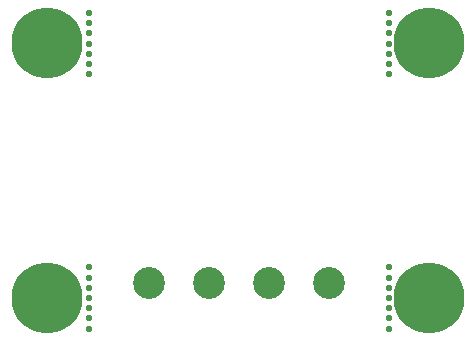
<source format=gbr>
G04 EAGLE Gerber RS-274X export*
G75*
%MOMM*%
%FSLAX34Y34*%
%LPD*%
%INSoldermask Bottom*%
%IPPOS*%
%AMOC8*
5,1,8,0,0,1.08239X$1,22.5*%
G01*
<<<<<<< HEAD
%ADD10C,0.711200*%
=======
%ADD10C,0.553200*%
>>>>>>> ...
%ADD11C,2.703200*%
%ADD12C,6.003200*%
%ADD13C,1.311200*%


D10*
X-127000Y221488D03*
X-127000Y230124D03*
X-127000Y238760D03*
X-127000Y247396D03*
X-127000Y256032D03*
X-127000Y264668D03*
X-127000Y273304D03*
X127000Y221488D03*
X127000Y230124D03*
X127000Y238760D03*
X127000Y247396D03*
X127000Y256032D03*
X127000Y264668D03*
X127000Y273304D03*
X127000Y6096D03*
X127000Y14732D03*
X127000Y23368D03*
X127000Y32004D03*
X127000Y40640D03*
X127000Y49276D03*
X127000Y57912D03*
X-127000Y6096D03*
X-127000Y14732D03*
X-127000Y23368D03*
X-127000Y32004D03*
X-127000Y40640D03*
X-127000Y49276D03*
X-127000Y57912D03*
D11*
X-76200Y44450D03*
X-25400Y44450D03*
X25400Y44450D03*
X76200Y44450D03*
D12*
X-162560Y31750D03*
D13*
X-162560Y53750D03*
X-162560Y9750D03*
X-184560Y31750D03*
X-140560Y31750D03*
X-147060Y47250D03*
X-147060Y16250D03*
X-178060Y47250D03*
X-178060Y16250D03*
D12*
X-162560Y247650D03*
D13*
X-162560Y269650D03*
X-162560Y225650D03*
X-184560Y247650D03*
X-140560Y247650D03*
X-147060Y263150D03*
X-147060Y232150D03*
X-178060Y263150D03*
X-178060Y232150D03*
D12*
X161290Y31750D03*
D13*
X161290Y53750D03*
X161290Y9750D03*
X139290Y31750D03*
X183290Y31750D03*
X176790Y47250D03*
X176790Y16250D03*
X145790Y47250D03*
X145790Y16250D03*
D12*
X161290Y247650D03*
D13*
X161290Y269650D03*
X161290Y225650D03*
X139290Y247650D03*
X183290Y247650D03*
X176790Y263150D03*
X176790Y232150D03*
X145790Y263150D03*
X145790Y232150D03*
M02*

</source>
